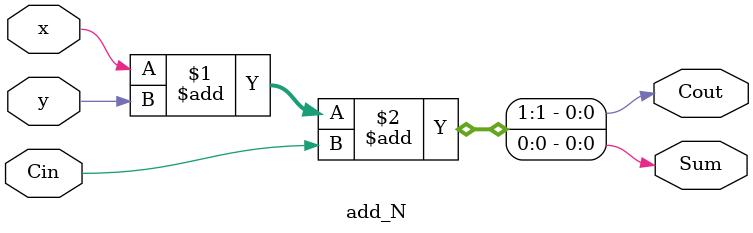
<source format=v>
module full_adder(swx, swy, little_led);

input [3:0] swx;
input [3:0] swy;
output [4:0] little_led;


full_add add(
	.x(swx),
	.y(swy),
	.sum(little_led));


endmodule

module full_add(x,y,sum);
parameter N=3;
input [N:0] x;
input [N:0] y;
output [N+1:0] sum;
wire co0,co1,co2,co3;
wire co=0;
add_N a0(
	.x(x[0]),
	.y(y[0]),
	.Cin(co),
	.Cout(co0),
	.Sum(sum[0])
	);
add_N a1(
	.x(x[1]),
	.y(y[1]),
	.Cin(co0),
	.Cout(co1),
	.Sum(sum[1])
	);
add_N a2(
	.x(x[2]),
	.y(y[2]),
	.Cin(co1),
	.Cout(co2),
	.Sum(sum[2])
	);
add_N a3(
	.x(x[3]),
	.y(y[3]),
	.Cin(co2),
	.Cout(co3),
	.Sum(sum[3])
	);
assign sum[4] = co3;

endmodule

module add_N(x,y,Cin,Cout,Sum);
parameter N=0;
  input [N:0]x,y;
  input Cin;
  output [N:0]Sum;
  output  Cout;
  assign  {Cout,Sum}=x+y+Cin;
endmodule
</source>
